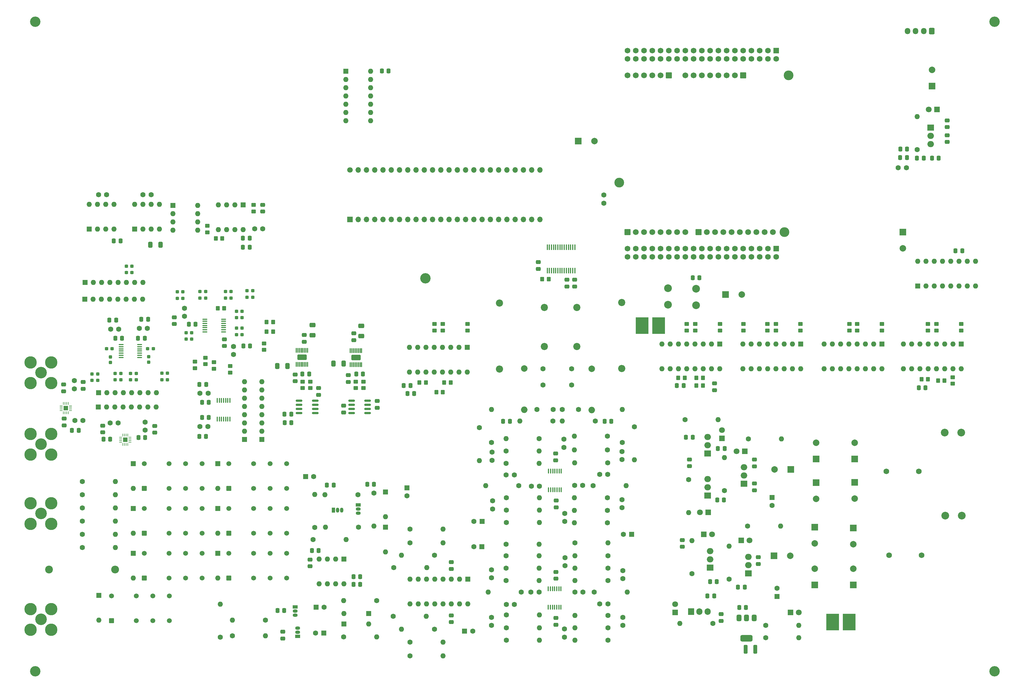
<source format=gbr>
%TF.GenerationSoftware,KiCad,Pcbnew,8.0.5*%
%TF.CreationDate,2024-12-06T02:00:12+01:00*%
%TF.ProjectId,ImpedanceAnalyzer,496d7065-6461-46e6-9365-416e616c797a,rev?*%
%TF.SameCoordinates,Original*%
%TF.FileFunction,Soldermask,Top*%
%TF.FilePolarity,Negative*%
%FSLAX46Y46*%
G04 Gerber Fmt 4.6, Leading zero omitted, Abs format (unit mm)*
G04 Created by KiCad (PCBNEW 8.0.5) date 2024-12-06 02:00:12*
%MOMM*%
%LPD*%
G01*
G04 APERTURE LIST*
G04 Aperture macros list*
%AMRoundRect*
0 Rectangle with rounded corners*
0 $1 Rounding radius*
0 $2 $3 $4 $5 $6 $7 $8 $9 X,Y pos of 4 corners*
0 Add a 4 corners polygon primitive as box body*
4,1,4,$2,$3,$4,$5,$6,$7,$8,$9,$2,$3,0*
0 Add four circle primitives for the rounded corners*
1,1,$1+$1,$2,$3*
1,1,$1+$1,$4,$5*
1,1,$1+$1,$6,$7*
1,1,$1+$1,$8,$9*
0 Add four rect primitives between the rounded corners*
20,1,$1+$1,$2,$3,$4,$5,0*
20,1,$1+$1,$4,$5,$6,$7,0*
20,1,$1+$1,$6,$7,$8,$9,0*
20,1,$1+$1,$8,$9,$2,$3,0*%
G04 Aperture macros list end*
%ADD10R,2.000000X1.905000*%
%ADD11O,2.000000X1.905000*%
%ADD12R,1.600000X1.600000*%
%ADD13O,1.600000X1.600000*%
%ADD14RoundRect,0.062500X-0.375000X-0.062500X0.375000X-0.062500X0.375000X0.062500X-0.375000X0.062500X0*%
%ADD15RoundRect,0.062500X-0.062500X-0.375000X0.062500X-0.375000X0.062500X0.375000X-0.062500X0.375000X0*%
%ADD16R,1.450000X1.450000*%
%ADD17C,1.600000*%
%ADD18RoundRect,0.250000X-0.475000X0.337500X-0.475000X-0.337500X0.475000X-0.337500X0.475000X0.337500X0*%
%ADD19RoundRect,0.250000X0.337500X0.475000X-0.337500X0.475000X-0.337500X-0.475000X0.337500X-0.475000X0*%
%ADD20RoundRect,0.250000X0.475000X-0.337500X0.475000X0.337500X-0.475000X0.337500X-0.475000X-0.337500X0*%
%ADD21RoundRect,0.250000X-0.412500X-0.650000X0.412500X-0.650000X0.412500X0.650000X-0.412500X0.650000X0*%
%ADD22RoundRect,0.250000X0.650000X-0.412500X0.650000X0.412500X-0.650000X0.412500X-0.650000X-0.412500X0*%
%ADD23RoundRect,0.250000X-0.337500X-0.475000X0.337500X-0.475000X0.337500X0.475000X-0.337500X0.475000X0*%
%ADD24R,1.700000X1.700000*%
%ADD25O,1.700000X1.700000*%
%ADD26C,1.700000*%
%ADD27R,2.000000X2.000000*%
%ADD28C,2.000000*%
%ADD29RoundRect,0.375000X-0.375000X0.625000X-0.375000X-0.625000X0.375000X-0.625000X0.375000X0.625000X0*%
%ADD30RoundRect,0.500000X-1.400000X0.500000X-1.400000X-0.500000X1.400000X-0.500000X1.400000X0.500000X0*%
%ADD31R,4.000000X5.200000*%
%ADD32RoundRect,0.100000X0.637500X0.100000X-0.637500X0.100000X-0.637500X-0.100000X0.637500X-0.100000X0*%
%ADD33RoundRect,0.237500X0.300000X0.237500X-0.300000X0.237500X-0.300000X-0.237500X0.300000X-0.237500X0*%
%ADD34RoundRect,0.250000X0.450000X-0.350000X0.450000X0.350000X-0.450000X0.350000X-0.450000X-0.350000X0*%
%ADD35RoundRect,0.250000X0.350000X0.450000X-0.350000X0.450000X-0.350000X-0.450000X0.350000X-0.450000X0*%
%ADD36R,1.500000X1.050000*%
%ADD37O,1.500000X1.050000*%
%ADD38C,2.200000*%
%ADD39RoundRect,0.250000X-0.350000X-0.450000X0.350000X-0.450000X0.350000X0.450000X-0.350000X0.450000X0*%
%ADD40RoundRect,0.237500X-0.300000X-0.237500X0.300000X-0.237500X0.300000X0.237500X-0.300000X0.237500X0*%
%ADD41RoundRect,0.100000X0.100000X-0.637500X0.100000X0.637500X-0.100000X0.637500X-0.100000X-0.637500X0*%
%ADD42O,2.200000X2.200000*%
%ADD43RoundRect,0.075000X0.075000X-0.650000X0.075000X0.650000X-0.075000X0.650000X-0.075000X-0.650000X0*%
%ADD44RoundRect,0.250000X1.175000X-0.575000X1.175000X0.575000X-1.175000X0.575000X-1.175000X-0.575000X0*%
%ADD45RoundRect,0.150000X-0.825000X-0.150000X0.825000X-0.150000X0.825000X0.150000X-0.825000X0.150000X0*%
%ADD46RoundRect,0.250000X-0.450000X0.350000X-0.450000X-0.350000X0.450000X-0.350000X0.450000X0.350000X0*%
%ADD47C,3.556000*%
%ADD48C,3.810000*%
%ADD49R,1.800000X1.800000*%
%ADD50C,1.800000*%
%ADD51RoundRect,0.102000X-0.654000X-0.654000X0.654000X-0.654000X0.654000X0.654000X-0.654000X0.654000X0*%
%ADD52C,1.512000*%
%ADD53RoundRect,0.100000X-0.637500X-0.100000X0.637500X-0.100000X0.637500X0.100000X-0.637500X0.100000X0*%
%ADD54O,2.000000X2.000000*%
%ADD55C,3.200000*%
%ADD56C,3.000000*%
%ADD57RoundRect,0.102000X-0.802500X0.802500X-0.802500X-0.802500X0.802500X-0.802500X0.802500X0.802500X0*%
%ADD58C,1.809000*%
%ADD59RoundRect,0.102000X-0.765000X0.765000X-0.765000X-0.765000X0.765000X-0.765000X0.765000X0.765000X0*%
%ADD60C,1.734000*%
%ADD61RoundRect,0.100000X-0.100000X0.637500X-0.100000X-0.637500X0.100000X-0.637500X0.100000X0.637500X0*%
%ADD62C,1.754000*%
%ADD63RoundRect,0.237500X0.237500X-0.300000X0.237500X0.300000X-0.237500X0.300000X-0.237500X-0.300000X0*%
%ADD64C,2.379000*%
%ADD65R,0.450000X1.750000*%
%ADD66RoundRect,0.250000X-0.325000X-1.100000X0.325000X-1.100000X0.325000X1.100000X-0.325000X1.100000X0*%
%ADD67R,1.050000X1.500000*%
%ADD68O,1.050000X1.500000*%
%ADD69R,1.905000X2.000000*%
%ADD70O,1.905000X2.000000*%
%ADD71C,2.400000*%
%ADD72O,2.400000X2.400000*%
%ADD73RoundRect,0.250000X0.412500X0.650000X-0.412500X0.650000X-0.412500X-0.650000X0.412500X-0.650000X0*%
%ADD74RoundRect,0.237500X-0.237500X0.300000X-0.237500X-0.300000X0.237500X-0.300000X0.237500X0.300000X0*%
%ADD75RoundRect,0.062500X0.062500X-0.375000X0.062500X0.375000X-0.062500X0.375000X-0.062500X-0.375000X0*%
%ADD76RoundRect,0.062500X0.375000X-0.062500X0.375000X0.062500X-0.375000X0.062500X-0.375000X-0.062500X0*%
%ADD77RoundRect,0.250000X0.600000X0.725000X-0.600000X0.725000X-0.600000X-0.725000X0.600000X-0.725000X0*%
%ADD78O,1.700000X1.950000*%
G04 APERTURE END LIST*
D10*
%TO.C,U21*%
X305370000Y-82630000D03*
D11*
X305370000Y-85170000D03*
X305370000Y-87710000D03*
%TD*%
D12*
%TO.C,D9*%
X86110000Y-186030000D03*
D13*
X86110000Y-193650000D03*
%TD*%
D12*
%TO.C,D13*%
X86110000Y-199830000D03*
D13*
X86110000Y-207450000D03*
%TD*%
D14*
%TO.C,U35*%
X37982500Y-168250000D03*
X37982500Y-168750000D03*
X37982500Y-169250000D03*
X37982500Y-169750000D03*
D15*
X38670000Y-170437500D03*
X39170000Y-170437500D03*
X39670000Y-170437500D03*
X40170000Y-170437500D03*
D14*
X40857500Y-169750000D03*
X40857500Y-169250000D03*
X40857500Y-168750000D03*
X40857500Y-168250000D03*
D15*
X40170000Y-167562500D03*
X39670000Y-167562500D03*
X39170000Y-167562500D03*
X38670000Y-167562500D03*
D16*
X39420000Y-169000000D03*
%TD*%
D17*
%TO.C,R18*%
X124830000Y-239440000D03*
D13*
X134990000Y-239440000D03*
%TD*%
D18*
%TO.C,C22*%
X135130000Y-166785000D03*
X135130000Y-168860000D03*
%TD*%
D19*
%TO.C,C175*%
X229367500Y-162060000D03*
X227292500Y-162060000D03*
%TD*%
D20*
%TO.C,C127*%
X190110000Y-235677500D03*
X190110000Y-233602500D03*
%TD*%
D17*
%TO.C,C102*%
X194930000Y-156860000D03*
X194930000Y-161860000D03*
%TD*%
%TO.C,R65*%
X206070000Y-222040000D03*
D13*
X195910000Y-222040000D03*
%TD*%
D19*
%TO.C,C79*%
X54882500Y-141850000D03*
X52807500Y-141850000D03*
%TD*%
D17*
%TO.C,R31*%
X254650000Y-235860000D03*
D13*
X264810000Y-235860000D03*
%TD*%
D21*
%TO.C,C9*%
X121687500Y-155250000D03*
X124812500Y-155250000D03*
%TD*%
D17*
%TO.C,R77*%
X174830000Y-236640000D03*
D13*
X184990000Y-236640000D03*
%TD*%
D17*
%TO.C,C110*%
X198410000Y-225640000D03*
X195910000Y-225640000D03*
%TD*%
D22*
%TO.C,C86*%
X130250000Y-146812500D03*
X130250000Y-143687500D03*
%TD*%
D23*
%TO.C,C173*%
X312962500Y-120500000D03*
X315037500Y-120500000D03*
%TD*%
D17*
%TO.C,R32*%
X249250000Y-178460000D03*
D13*
X259410000Y-178460000D03*
%TD*%
D23*
%TO.C,C62*%
X77220000Y-143150000D03*
X79295000Y-143150000D03*
%TD*%
D24*
%TO.C,M1*%
X126810000Y-110880000D03*
D25*
X129350000Y-110880000D03*
X131890000Y-110880000D03*
X134430000Y-110880000D03*
X136970000Y-110880000D03*
X139510000Y-110880000D03*
X142050000Y-110880000D03*
X144590000Y-110880000D03*
X147130000Y-110880000D03*
X149670000Y-110880000D03*
X152210000Y-110880000D03*
X154750000Y-110880000D03*
X157290000Y-110880000D03*
X159830000Y-110880000D03*
X162370000Y-110880000D03*
X164910000Y-110880000D03*
X167450000Y-110880000D03*
X169990000Y-110880000D03*
X172530000Y-110880000D03*
X175070000Y-110880000D03*
X177610000Y-110880000D03*
X180150000Y-110880000D03*
X182690000Y-110880000D03*
X185230000Y-110880000D03*
X185230000Y-95640000D03*
X182690000Y-95640000D03*
X180150000Y-95640000D03*
X177610000Y-95640000D03*
X175070000Y-95640000D03*
X172530000Y-95640000D03*
X169990000Y-95640000D03*
X167450000Y-95640000D03*
X164910000Y-95640000D03*
X162370000Y-95640000D03*
X159830000Y-95640000D03*
X157290000Y-95640000D03*
X154750000Y-95640000D03*
X152210000Y-95640000D03*
X149670000Y-95640000D03*
X147130000Y-95640000D03*
X144590000Y-95640000D03*
X142050000Y-95640000D03*
X139510000Y-95640000D03*
X136970000Y-95640000D03*
X134430000Y-95640000D03*
X131890000Y-95640000D03*
X129350000Y-95640000D03*
D26*
X126810000Y-95640000D03*
%TD*%
D27*
%TO.C,C43*%
X281530000Y-205860000D03*
D28*
X281530000Y-210860000D03*
%TD*%
D29*
%TO.C,U28*%
X251030000Y-233560000D03*
X248730000Y-233560000D03*
D30*
X248730000Y-239860000D03*
D29*
X246430000Y-233560000D03*
%TD*%
D17*
%TO.C,R43*%
X210530000Y-179540000D03*
D13*
X210530000Y-169380000D03*
%TD*%
D31*
%TO.C,GND_LINK2*%
X280250000Y-234800000D03*
X275200000Y-234800000D03*
%TD*%
D12*
%TO.C,R27*%
X99720000Y-178610000D03*
D13*
X99720000Y-176070000D03*
X99720000Y-173530000D03*
X99720000Y-170990000D03*
X99720000Y-168450000D03*
X99720000Y-165910000D03*
X99720000Y-163370000D03*
X99720000Y-160830000D03*
%TD*%
D12*
%TO.C,R25*%
X49440000Y-164250000D03*
D13*
X51980000Y-164250000D03*
X54520000Y-164250000D03*
X57060000Y-164250000D03*
X59600000Y-164250000D03*
X62140000Y-164250000D03*
X64680000Y-164250000D03*
X67220000Y-164250000D03*
%TD*%
D17*
%TO.C,R79*%
X241930000Y-194340000D03*
D13*
X241930000Y-184180000D03*
%TD*%
D32*
%TO.C,U8*%
X87920000Y-145500000D03*
X87920000Y-144850000D03*
X87920000Y-144200000D03*
X87920000Y-143550000D03*
X87920000Y-142900000D03*
X87920000Y-142250000D03*
X87920000Y-141600000D03*
X82195000Y-141600000D03*
X82195000Y-142250000D03*
X82195000Y-142900000D03*
X82195000Y-143550000D03*
X82195000Y-144200000D03*
X82195000Y-144850000D03*
X82195000Y-145500000D03*
%TD*%
D33*
%TO.C,C58*%
X75382500Y-135150000D03*
X73657500Y-135150000D03*
%TD*%
D23*
%TO.C,C139*%
X296000000Y-89200000D03*
X298075000Y-89200000D03*
%TD*%
D20*
%TO.C,C161*%
X44750000Y-163037500D03*
X44750000Y-160962500D03*
%TD*%
D27*
%TO.C,C45*%
X269730000Y-205660000D03*
D28*
X269730000Y-210660000D03*
%TD*%
D17*
%TO.C,R28*%
X90630000Y-239040000D03*
D13*
X100790000Y-239040000D03*
%TD*%
D34*
%TO.C,R109*%
X314730000Y-145060000D03*
X314730000Y-143060000D03*
%TD*%
D17*
%TO.C,C123*%
X192790000Y-203890000D03*
X192790000Y-201390000D03*
%TD*%
D20*
%TO.C,C170*%
X66750000Y-176537500D03*
X66750000Y-174462500D03*
%TD*%
D35*
%TO.C,R9*%
X88120000Y-138250000D03*
X86120000Y-138250000D03*
%TD*%
D23*
%TO.C,C33*%
X93872500Y-116600000D03*
X95947500Y-116600000D03*
%TD*%
D36*
%TO.C,Q4*%
X110710000Y-239240000D03*
D37*
X110710000Y-237970000D03*
X110710000Y-236700000D03*
%TD*%
D17*
%TO.C,C74*%
X63150000Y-103290000D03*
X65650000Y-103290000D03*
%TD*%
%TO.C,R49*%
X205950000Y-177640000D03*
D13*
X195790000Y-177640000D03*
%TD*%
D17*
%TO.C,R61*%
X174910000Y-200377500D03*
D13*
X185070000Y-200377500D03*
%TD*%
D20*
%TO.C,C176*%
X238900000Y-163437500D03*
X238900000Y-161362500D03*
%TD*%
D17*
%TO.C,R51*%
X205950000Y-181840000D03*
D13*
X195790000Y-181840000D03*
%TD*%
D34*
%TO.C,R4*%
X114605000Y-162825000D03*
X114605000Y-160825000D03*
%TD*%
D38*
%TO.C,L3*%
X196530000Y-137960000D03*
X186530000Y-137960000D03*
X186530000Y-149960000D03*
X196530000Y-149960000D03*
%TD*%
D39*
%TO.C,R42*%
X185886250Y-129266250D03*
X187886250Y-129266250D03*
%TD*%
D17*
%TO.C,R47*%
X206000000Y-185777500D03*
D13*
X195840000Y-185777500D03*
%TD*%
D12*
%TO.C,D17*%
X132520000Y-232240000D03*
D13*
X124900000Y-232240000D03*
%TD*%
D40*
%TO.C,C55*%
X57995000Y-125250000D03*
X59720000Y-125250000D03*
%TD*%
D41*
%TO.C,U9*%
X85970000Y-172335000D03*
X86620000Y-172335000D03*
X87270000Y-172335000D03*
X87920000Y-172335000D03*
X88570000Y-172335000D03*
X89220000Y-172335000D03*
X89870000Y-172335000D03*
X89870000Y-166610000D03*
X89220000Y-166610000D03*
X88570000Y-166610000D03*
X87920000Y-166610000D03*
X87270000Y-166610000D03*
X86620000Y-166610000D03*
X85970000Y-166610000D03*
%TD*%
D17*
%TO.C,C108*%
X170670000Y-197527500D03*
X170670000Y-200027500D03*
%TD*%
D38*
%TO.C,L5*%
X172730000Y-136600000D03*
D42*
X172730000Y-156920000D03*
%TD*%
D23*
%TO.C,C151*%
X239692500Y-197227677D03*
X241767500Y-197227677D03*
%TD*%
D43*
%TO.C,U2*%
X110255000Y-155475000D03*
X110755000Y-155475000D03*
X111255000Y-155475000D03*
X111755000Y-155475000D03*
X112255000Y-155475000D03*
X112755000Y-155475000D03*
X113255000Y-155475000D03*
X113755000Y-155475000D03*
X113755000Y-151175000D03*
X113255000Y-151175000D03*
X112755000Y-151175000D03*
X112255000Y-151175000D03*
X111755000Y-151175000D03*
X111255000Y-151175000D03*
X110755000Y-151175000D03*
X110255000Y-151175000D03*
D44*
X112005000Y-153325000D03*
%TD*%
D45*
%TO.C,U4*%
X111130000Y-166720000D03*
X111130000Y-167990000D03*
X111130000Y-169260000D03*
X111130000Y-170530000D03*
X116080000Y-170530000D03*
X116080000Y-169260000D03*
X116080000Y-167990000D03*
X116080000Y-166720000D03*
%TD*%
D33*
%TO.C,C52*%
X66307500Y-150695000D03*
X64582500Y-150695000D03*
%TD*%
D18*
%TO.C,C165*%
X38920000Y-172212500D03*
X38920000Y-174287500D03*
%TD*%
D23*
%TO.C,C164*%
X41282500Y-175850000D03*
X43357500Y-175850000D03*
%TD*%
D46*
%TO.C,R16*%
X79120000Y-154650000D03*
X79120000Y-156650000D03*
%TD*%
D12*
%TO.C,U7*%
X60530000Y-113860000D03*
D13*
X63070000Y-113860000D03*
X65610000Y-113860000D03*
X68150000Y-113860000D03*
X68150000Y-106240000D03*
X65610000Y-106240000D03*
X63070000Y-106240000D03*
X60530000Y-106240000D03*
%TD*%
D34*
%TO.C,R100*%
X265330000Y-145060000D03*
X265330000Y-143060000D03*
%TD*%
D17*
%TO.C,C104*%
X197030000Y-169360000D03*
X192030000Y-169360000D03*
%TD*%
D12*
%TO.C,U5*%
X46610000Y-113860000D03*
D13*
X49150000Y-113860000D03*
X51690000Y-113860000D03*
X54230000Y-113860000D03*
X54230000Y-106240000D03*
X51690000Y-106240000D03*
X49150000Y-106240000D03*
X46610000Y-106240000D03*
%TD*%
D40*
%TO.C,C39*%
X54595000Y-160250000D03*
X56320000Y-160250000D03*
%TD*%
D17*
%TO.C,R50*%
X184950000Y-178377500D03*
D13*
X174790000Y-178377500D03*
%TD*%
D34*
%TO.C,R17*%
X84920000Y-156850000D03*
X84920000Y-154850000D03*
%TD*%
D47*
%TO.C,J6*%
X31745000Y-180075000D03*
D48*
X34920000Y-183250000D03*
X34920000Y-176900000D03*
X28570000Y-183250000D03*
X28570000Y-176900000D03*
%TD*%
D40*
%TO.C,C203*%
X57995000Y-127250000D03*
X59720000Y-127250000D03*
%TD*%
D49*
%TO.C,D3*%
X236930000Y-201027677D03*
D50*
X234390000Y-201027677D03*
%TD*%
D51*
%TO.C,K4*%
X89510000Y-193660000D03*
D52*
X97130000Y-193660000D03*
X102210000Y-193660000D03*
X107290000Y-193660000D03*
X107290000Y-186040000D03*
X102210000Y-186040000D03*
X97130000Y-186040000D03*
X89510000Y-186040000D03*
%TD*%
D49*
%TO.C,D6*%
X247055000Y-209660000D03*
D50*
X249595000Y-209660000D03*
%TD*%
D23*
%TO.C,C96*%
X205092500Y-173060000D03*
X207167500Y-173060000D03*
%TD*%
D17*
%TO.C,R57*%
X174910000Y-204177500D03*
D13*
X185070000Y-204177500D03*
%TD*%
D18*
%TO.C,C50*%
X88197500Y-147772500D03*
X88197500Y-149847500D03*
%TD*%
D17*
%TO.C,C172*%
X63750000Y-175750000D03*
X63750000Y-173250000D03*
%TD*%
D12*
%TO.C,D15*%
X86110000Y-213630000D03*
D13*
X86110000Y-221250000D03*
%TD*%
D17*
%TO.C,R58*%
X205950000Y-204240000D03*
D13*
X195790000Y-204240000D03*
%TD*%
D53*
%TO.C,U11*%
X56382500Y-149446458D03*
X56382500Y-150096458D03*
X56382500Y-150746458D03*
X56382500Y-151396458D03*
X56382500Y-152046458D03*
X56382500Y-152696458D03*
X56382500Y-153346458D03*
X62107500Y-153346458D03*
X62107500Y-152696458D03*
X62107500Y-152046458D03*
X62107500Y-151396458D03*
X62107500Y-150746458D03*
X62107500Y-150096458D03*
X62107500Y-149446458D03*
%TD*%
D28*
%TO.C,C132*%
X296750000Y-119750000D03*
D27*
X296750000Y-114750000D03*
%TD*%
D51*
%TO.C,K5*%
X63490000Y-193650000D03*
D52*
X71110000Y-193650000D03*
X76190000Y-193650000D03*
X81270000Y-193650000D03*
X81270000Y-186030000D03*
X76190000Y-186030000D03*
X71110000Y-186030000D03*
X63490000Y-186030000D03*
%TD*%
D36*
%TO.C,Q1*%
X129327500Y-198732500D03*
D37*
X129327500Y-200002500D03*
X129327500Y-201272500D03*
%TD*%
D17*
%TO.C,R116*%
X152790000Y-237040000D03*
D13*
X142630000Y-237040000D03*
%TD*%
D12*
%TO.C,C124*%
X167372380Y-211640000D03*
D17*
X164872380Y-211640000D03*
%TD*%
D34*
%TO.C,R95*%
X240530000Y-145060000D03*
X240530000Y-143060000D03*
%TD*%
D27*
%TO.C,C20*%
X257130000Y-214427677D03*
D28*
X262130000Y-214427677D03*
%TD*%
D17*
%TO.C,R53*%
X178670000Y-192840000D03*
D13*
X168510000Y-192840000D03*
%TD*%
D40*
%TO.C,C208*%
X88517500Y-135070000D03*
X90242500Y-135070000D03*
%TD*%
%TO.C,C53*%
X59320000Y-160250000D03*
X61045000Y-160250000D03*
%TD*%
D34*
%TO.C,R2*%
X130930000Y-162825000D03*
X130930000Y-160825000D03*
%TD*%
D21*
%TO.C,C27*%
X65367500Y-118660000D03*
X68492500Y-118660000D03*
%TD*%
D12*
%TO.C,U15*%
X125530000Y-65235000D03*
D13*
X125530000Y-67775000D03*
X125530000Y-70315000D03*
X125530000Y-72855000D03*
X125530000Y-75395000D03*
X125530000Y-77935000D03*
X125530000Y-80475000D03*
X133150000Y-80475000D03*
X133150000Y-77935000D03*
X133150000Y-75395000D03*
X133150000Y-72855000D03*
X133150000Y-70315000D03*
X133150000Y-67775000D03*
X133150000Y-65235000D03*
%TD*%
D17*
%TO.C,R_R106*%
X44440000Y-191600000D03*
D13*
X54600000Y-191600000D03*
%TD*%
D17*
%TO.C,R75*%
X174830000Y-240440000D03*
D13*
X184990000Y-240440000D03*
%TD*%
D35*
%TO.C,R93*%
X235330000Y-159660000D03*
X233330000Y-159660000D03*
%TD*%
D20*
%TO.C,C152*%
X231130000Y-186865177D03*
X231130000Y-184790177D03*
%TD*%
D17*
%TO.C,C101*%
X170470000Y-185027500D03*
X170470000Y-182527500D03*
%TD*%
D47*
%TO.C,J7*%
X31745000Y-158075000D03*
D48*
X34920000Y-161250000D03*
X34920000Y-154900000D03*
X28570000Y-161250000D03*
X28570000Y-154900000D03*
%TD*%
D18*
%TO.C,C95*%
X195886250Y-129428750D03*
X195886250Y-131503750D03*
%TD*%
D17*
%TO.C,C112*%
X210710000Y-221490000D03*
X210710000Y-218990000D03*
%TD*%
D34*
%TO.C,R86*%
X162930000Y-145060000D03*
X162930000Y-143060000D03*
%TD*%
%TO.C,R105*%
X304530000Y-145060000D03*
X304530000Y-143060000D03*
%TD*%
D17*
%TO.C,C116*%
X170310000Y-233390000D03*
X170310000Y-235890000D03*
%TD*%
%TO.C,C163*%
X42000000Y-163000000D03*
X42000000Y-160500000D03*
%TD*%
%TO.C,C137*%
X204800000Y-105850000D03*
X204800000Y-103350000D03*
%TD*%
D23*
%TO.C,C211*%
X246455000Y-230310000D03*
X248530000Y-230310000D03*
%TD*%
D34*
%TO.C,R97*%
X230330000Y-145060000D03*
X230330000Y-143060000D03*
%TD*%
D49*
%TO.C,D19*%
X262255000Y-231860000D03*
D50*
X264795000Y-231860000D03*
%TD*%
D17*
%TO.C,R81*%
X230930000Y-190947677D03*
D13*
X230930000Y-201107677D03*
%TD*%
D12*
%TO.C,D10*%
X60110000Y-186030000D03*
D13*
X60110000Y-193650000D03*
%TD*%
D27*
%TO.C,C144*%
X197000000Y-86750000D03*
D28*
X202000000Y-86750000D03*
%TD*%
D12*
%TO.C,D16*%
X137727500Y-194782500D03*
D13*
X137727500Y-202402500D03*
%TD*%
D33*
%TO.C,C200*%
X49207500Y-160450000D03*
X47482500Y-160450000D03*
%TD*%
D12*
%TO.C,C118*%
X167390000Y-203840000D03*
D17*
X164890000Y-203840000D03*
%TD*%
D49*
%TO.C,D1*%
X248205000Y-182260000D03*
D50*
X245665000Y-182260000D03*
%TD*%
D17*
%TO.C,R112*%
X152790000Y-214240000D03*
D13*
X142630000Y-214240000D03*
%TD*%
D28*
%TO.C,L6*%
X201130000Y-156860000D03*
D54*
X201130000Y-169560000D03*
%TD*%
D55*
%TO.C,M3*%
X325000000Y-50000000D03*
%TD*%
D17*
%TO.C,R62*%
X205950000Y-200440000D03*
D13*
X195790000Y-200440000D03*
%TD*%
D56*
%TO.C,U10*%
X261670000Y-66540000D03*
X209600000Y-99560000D03*
X260400000Y-114800000D03*
D57*
X233980000Y-114800000D03*
D58*
X236520000Y-114800000D03*
X239060000Y-114800000D03*
X241600000Y-114800000D03*
X244140000Y-114800000D03*
X246680000Y-114800000D03*
X249220000Y-114800000D03*
X251760000Y-114800000D03*
X254300000Y-114800000D03*
X256840000Y-114800000D03*
D57*
X247700000Y-66540000D03*
D58*
X245160000Y-66540000D03*
X242620000Y-66540000D03*
X240080000Y-66540000D03*
X237540000Y-66540000D03*
X235000000Y-66540000D03*
X232460000Y-66540000D03*
X229920000Y-66540000D03*
D59*
X257860000Y-58920000D03*
D60*
X257860000Y-61460000D03*
X255320000Y-58920000D03*
X255320000Y-61460000D03*
X252780000Y-58920000D03*
X252780000Y-61460000D03*
X250240000Y-58920000D03*
X250240000Y-61460000D03*
X247700000Y-58920000D03*
X247700000Y-61460000D03*
X245160000Y-58920000D03*
X245160000Y-61460000D03*
X242620000Y-58920000D03*
X242620000Y-61460000D03*
X240080000Y-58920000D03*
X240080000Y-61460000D03*
X237540000Y-58920000D03*
X237540000Y-61460000D03*
X235000000Y-58920000D03*
X235000000Y-61460000D03*
X232460000Y-58920000D03*
X232460000Y-61460000D03*
X229920000Y-58920000D03*
X229920000Y-61460000D03*
X227380000Y-58920000D03*
X227380000Y-61460000D03*
X224840000Y-58920000D03*
X224840000Y-61460000D03*
X222300000Y-58920000D03*
X222300000Y-61460000D03*
X219760000Y-58920000D03*
X219760000Y-61460000D03*
X217220000Y-58920000D03*
X217220000Y-61460000D03*
X214680000Y-58920000D03*
X214680000Y-61460000D03*
X212140000Y-58920000D03*
X212140000Y-61460000D03*
D57*
X224840000Y-66540000D03*
D58*
X222300000Y-66540000D03*
X219760000Y-66540000D03*
X217220000Y-66540000D03*
X214680000Y-66540000D03*
X212140000Y-66540000D03*
D57*
X212140000Y-114800000D03*
D58*
X214680000Y-114800000D03*
X217220000Y-114800000D03*
X219760000Y-114800000D03*
X222300000Y-114800000D03*
X224840000Y-114800000D03*
X227380000Y-114800000D03*
X229920000Y-114800000D03*
D59*
X257860000Y-119880000D03*
D60*
X257860000Y-122420000D03*
X255320000Y-119880000D03*
X255320000Y-122420000D03*
X252780000Y-119880000D03*
X252780000Y-122420000D03*
X250240000Y-119880000D03*
X250240000Y-122420000D03*
X247700000Y-119880000D03*
X247700000Y-122420000D03*
X245160000Y-119880000D03*
X245160000Y-122420000D03*
X242620000Y-119880000D03*
X242620000Y-122420000D03*
X240080000Y-119880000D03*
X240080000Y-122420000D03*
X237540000Y-119880000D03*
X237540000Y-122420000D03*
X235000000Y-119880000D03*
X235000000Y-122420000D03*
X232460000Y-119880000D03*
X232460000Y-122420000D03*
X229920000Y-119880000D03*
X229920000Y-122420000D03*
X227380000Y-119880000D03*
X227380000Y-122420000D03*
X224840000Y-119880000D03*
X224840000Y-122420000D03*
X222300000Y-119880000D03*
X222300000Y-122420000D03*
X219760000Y-119880000D03*
X219760000Y-122420000D03*
X217220000Y-119880000D03*
X217220000Y-122420000D03*
X214680000Y-119880000D03*
X214680000Y-122420000D03*
X212140000Y-119880000D03*
X212140000Y-122420000D03*
%TD*%
D28*
%TO.C,L7*%
X180330000Y-156810000D03*
D54*
X180330000Y-169510000D03*
%TD*%
D17*
%TO.C,R111*%
X145230000Y-210440000D03*
D13*
X155390000Y-210440000D03*
%TD*%
D34*
%TO.C,R87*%
X155330000Y-145060000D03*
X155330000Y-143060000D03*
%TD*%
D17*
%TO.C,C78*%
X80670000Y-164410000D03*
X83170000Y-164410000D03*
%TD*%
D23*
%TO.C,C49*%
X93997500Y-149810000D03*
X96072500Y-149810000D03*
%TD*%
D39*
%TO.C,R7*%
X85510000Y-116767677D03*
X87510000Y-116767677D03*
%TD*%
D20*
%TO.C,C126*%
X190110000Y-221477500D03*
X190110000Y-219402500D03*
%TD*%
D17*
%TO.C,R117*%
X140030000Y-233040000D03*
D13*
X150190000Y-233040000D03*
%TD*%
D39*
%TO.C,R92*%
X227730000Y-159660000D03*
X229730000Y-159660000D03*
%TD*%
D10*
%TO.C,U18*%
X247930000Y-192260000D03*
D11*
X247930000Y-189720000D03*
X247930000Y-187180000D03*
%TD*%
D17*
%TO.C,R115*%
X145230000Y-241040000D03*
D13*
X155390000Y-241040000D03*
%TD*%
D20*
%TO.C,C8*%
X184686250Y-126103750D03*
X184686250Y-124028750D03*
%TD*%
D34*
%TO.C,R98*%
X290330000Y-145060000D03*
X290330000Y-143060000D03*
%TD*%
D23*
%TO.C,C171*%
X61712500Y-178000000D03*
X63787500Y-178000000D03*
%TD*%
D12*
%TO.C,C195*%
X116327621Y-230240000D03*
D17*
X118827621Y-230240000D03*
%TD*%
D51*
%TO.C,K1*%
X63490000Y-221260000D03*
D52*
X71110000Y-221260000D03*
X76190000Y-221260000D03*
X81270000Y-221260000D03*
X81270000Y-213640000D03*
X76190000Y-213640000D03*
X71110000Y-213640000D03*
X63490000Y-213640000D03*
%TD*%
D19*
%TO.C,C190*%
X117147500Y-212840000D03*
X115072500Y-212840000D03*
%TD*%
D17*
%TO.C,C129*%
X192710000Y-239490000D03*
X192710000Y-236990000D03*
%TD*%
D18*
%TO.C,C182*%
X157900000Y-232792500D03*
X157900000Y-234867500D03*
%TD*%
D61*
%TO.C,U17*%
X191740000Y-188377500D03*
X191090000Y-188377500D03*
X190440000Y-188377500D03*
X189790000Y-188377500D03*
X189140000Y-188377500D03*
X188490000Y-188377500D03*
X187840000Y-188377500D03*
X187840000Y-194102500D03*
X188490000Y-194102500D03*
X189140000Y-194102500D03*
X189790000Y-194102500D03*
X190440000Y-194102500D03*
X191090000Y-194102500D03*
X191740000Y-194102500D03*
%TD*%
D43*
%TO.C,U1*%
X126870000Y-155565000D03*
X127370000Y-155565000D03*
X127870000Y-155565000D03*
X128370000Y-155565000D03*
X128870000Y-155565000D03*
X129370000Y-155565000D03*
X129870000Y-155565000D03*
X130370000Y-155565000D03*
X130370000Y-151265000D03*
X129870000Y-151265000D03*
X129370000Y-151265000D03*
X128870000Y-151265000D03*
X128370000Y-151265000D03*
X127870000Y-151265000D03*
X127370000Y-151265000D03*
X126870000Y-151265000D03*
D44*
X128620000Y-153415000D03*
%TD*%
D40*
%TO.C,C56*%
X76395000Y-145750000D03*
X78120000Y-145750000D03*
%TD*%
D55*
%TO.C,M3*%
X325000000Y-250000000D03*
%TD*%
D12*
%TO.C,U33*%
X240470000Y-149260000D03*
D13*
X237930000Y-149260000D03*
X235390000Y-149260000D03*
X232850000Y-149260000D03*
X230310000Y-149260000D03*
X227770000Y-149260000D03*
X225230000Y-149260000D03*
X222690000Y-149260000D03*
X222690000Y-156880000D03*
X225230000Y-156880000D03*
X227770000Y-156880000D03*
X230310000Y-156880000D03*
X232850000Y-156880000D03*
X235390000Y-156880000D03*
X237930000Y-156880000D03*
X240470000Y-156880000D03*
%TD*%
D19*
%TO.C,C196*%
X106547500Y-231240000D03*
X104472500Y-231240000D03*
%TD*%
D46*
%TO.C,R8*%
X82930000Y-112860000D03*
X82930000Y-114860000D03*
%TD*%
D35*
%TO.C,R94*%
X235330000Y-162060000D03*
X233330000Y-162060000D03*
%TD*%
D17*
%TO.C,C105*%
X189230000Y-169360000D03*
X184230000Y-169360000D03*
%TD*%
D62*
%TO.C,L1*%
X291730000Y-188460000D03*
X301730000Y-188460000D03*
%TD*%
D12*
%TO.C,D11*%
X60110000Y-213630000D03*
D13*
X60110000Y-221250000D03*
%TD*%
D17*
%TO.C,C142*%
X297850000Y-95000000D03*
X295350000Y-95000000D03*
%TD*%
%TO.C,R14*%
X134990000Y-228240000D03*
D13*
X124830000Y-228240000D03*
%TD*%
D17*
%TO.C,R13*%
X129207500Y-195602500D03*
D13*
X119047500Y-195602500D03*
%TD*%
D10*
%TO.C,U23*%
X237530000Y-218107677D03*
D11*
X237530000Y-215567677D03*
X237530000Y-213027677D03*
%TD*%
D17*
%TO.C,R52*%
X174790000Y-182177500D03*
D13*
X184950000Y-182177500D03*
%TD*%
D17*
%TO.C,C107*%
X198340000Y-192777500D03*
X195840000Y-192777500D03*
%TD*%
D20*
%TO.C,C162*%
X38750000Y-163787500D03*
X38750000Y-161712500D03*
%TD*%
D12*
%TO.C,U31*%
X162805000Y-150260000D03*
D13*
X160265000Y-150260000D03*
X157725000Y-150260000D03*
X155185000Y-150260000D03*
X152645000Y-150260000D03*
X150105000Y-150260000D03*
X147565000Y-150260000D03*
X145025000Y-150260000D03*
X145025000Y-157880000D03*
X147565000Y-157880000D03*
X150105000Y-157880000D03*
X152645000Y-157880000D03*
X155185000Y-157880000D03*
X157725000Y-157880000D03*
X160265000Y-157880000D03*
X162805000Y-157880000D03*
%TD*%
D17*
%TO.C,R69*%
X206070000Y-218240000D03*
D13*
X195910000Y-218240000D03*
%TD*%
D19*
%TO.C,C141*%
X298037500Y-91800000D03*
X295962500Y-91800000D03*
%TD*%
D34*
%TO.C,R99*%
X282730000Y-145060000D03*
X282730000Y-143060000D03*
%TD*%
D17*
%TO.C,C117*%
X210710000Y-233390000D03*
X210710000Y-235890000D03*
%TD*%
D27*
%TO.C,C32*%
X281530000Y-223427677D03*
D28*
X281530000Y-218427677D03*
%TD*%
D18*
%TO.C,C147*%
X251130000Y-192185000D03*
X251130000Y-194260000D03*
%TD*%
D40*
%TO.C,C54*%
X68920000Y-160250000D03*
X70645000Y-160250000D03*
%TD*%
D12*
%TO.C,U27*%
X301325000Y-131400000D03*
D13*
X303865000Y-131400000D03*
X306405000Y-131400000D03*
X308945000Y-131400000D03*
X311485000Y-131400000D03*
X314025000Y-131400000D03*
X316565000Y-131400000D03*
X319105000Y-131400000D03*
X319105000Y-123780000D03*
X316565000Y-123780000D03*
X314025000Y-123780000D03*
X311485000Y-123780000D03*
X308945000Y-123780000D03*
X306405000Y-123780000D03*
X303865000Y-123780000D03*
X301325000Y-123780000D03*
%TD*%
D17*
%TO.C,R48*%
X174790000Y-185977500D03*
D13*
X184950000Y-185977500D03*
%TD*%
D23*
%TO.C,C149*%
X239892500Y-181427677D03*
X241967500Y-181427677D03*
%TD*%
D12*
%TO.C,R24*%
X45280000Y-135450000D03*
D13*
X47820000Y-135450000D03*
X50360000Y-135450000D03*
X52900000Y-135450000D03*
X55440000Y-135450000D03*
X57980000Y-135450000D03*
X60520000Y-135450000D03*
X63060000Y-135450000D03*
%TD*%
D17*
%TO.C,R55*%
X174910000Y-196577500D03*
D13*
X185070000Y-196577500D03*
%TD*%
D17*
%TO.C,R73*%
X174830000Y-232640000D03*
D13*
X184990000Y-232640000D03*
%TD*%
D19*
%TO.C,C134*%
X234237500Y-128800000D03*
X232162500Y-128800000D03*
%TD*%
D12*
%TO.C,D18*%
X124900000Y-235440000D03*
D13*
X132520000Y-235440000D03*
%TD*%
D10*
%TO.C,U20*%
X236730000Y-195907677D03*
D11*
X236730000Y-193367677D03*
X236730000Y-190827677D03*
%TD*%
D12*
%TO.C,C125*%
X162030000Y-237660000D03*
D17*
X164530000Y-237660000D03*
%TD*%
%TO.C,R44*%
X170330000Y-179540000D03*
D13*
X170330000Y-169380000D03*
%TD*%
D17*
%TO.C,R64*%
X174820000Y-210900000D03*
D13*
X184980000Y-210900000D03*
%TD*%
D17*
%TO.C,R22*%
X100790000Y-234240000D03*
D13*
X90630000Y-234240000D03*
%TD*%
D17*
%TO.C,C84*%
X64495000Y-144450000D03*
X61995000Y-144450000D03*
%TD*%
D40*
%TO.C,C207*%
X95137500Y-134810000D03*
X96862500Y-134810000D03*
%TD*%
D17*
%TO.C,C109*%
X210440000Y-197127500D03*
X210440000Y-199627500D03*
%TD*%
D55*
%TO.C,M3*%
X30000000Y-50000000D03*
%TD*%
D18*
%TO.C,C5*%
X109930000Y-158622500D03*
X109930000Y-160697500D03*
%TD*%
D17*
%TO.C,C77*%
X83120000Y-174610000D03*
X80620000Y-174610000D03*
%TD*%
D27*
%TO.C,C17*%
X281930000Y-184627677D03*
D28*
X281930000Y-179627677D03*
%TD*%
D38*
%TO.C,L4*%
X210330000Y-136440000D03*
D42*
X210330000Y-156760000D03*
%TD*%
D23*
%TO.C,C31*%
X80482500Y-161650000D03*
X82557500Y-161650000D03*
%TD*%
D35*
%TO.C,R108*%
X309610000Y-160460000D03*
X307610000Y-160460000D03*
%TD*%
D17*
%TO.C,C113*%
X170310000Y-221240000D03*
X170310000Y-218740000D03*
%TD*%
%TO.C,R21*%
X115447500Y-209402500D03*
D13*
X125607500Y-209402500D03*
%TD*%
D17*
%TO.C,R59*%
X202210000Y-172960000D03*
D13*
X192050000Y-172960000D03*
%TD*%
D63*
%TO.C,C38*%
X53120000Y-154912500D03*
X53120000Y-153187500D03*
%TD*%
D17*
%TO.C,R20*%
X129407500Y-205602500D03*
D13*
X119247500Y-205602500D03*
%TD*%
D12*
%TO.C,C197*%
X118692380Y-238240000D03*
D17*
X116192380Y-238240000D03*
%TD*%
D12*
%TO.C,U32*%
X163010000Y-221640000D03*
D13*
X160470000Y-221640000D03*
X157930000Y-221640000D03*
X155390000Y-221640000D03*
X152850000Y-221640000D03*
X150310000Y-221640000D03*
X147770000Y-221640000D03*
X145230000Y-221640000D03*
X145230000Y-229260000D03*
X147770000Y-229260000D03*
X150310000Y-229260000D03*
X152850000Y-229260000D03*
X155390000Y-229260000D03*
X157930000Y-229260000D03*
X160470000Y-229260000D03*
X163010000Y-229260000D03*
%TD*%
D49*
%TO.C,D5*%
X235590000Y-207827677D03*
D50*
X238130000Y-207827677D03*
%TD*%
D64*
%TO.C,J1*%
X224600000Y-137140000D03*
X224600000Y-132060000D03*
%TD*%
D55*
%TO.C,M3*%
X150000000Y-129000000D03*
%TD*%
D19*
%TO.C,C153*%
X307807500Y-92030000D03*
X305732500Y-92030000D03*
%TD*%
D46*
%TO.C,R19*%
X97110000Y-106400000D03*
X97110000Y-108400000D03*
%TD*%
D45*
%TO.C,U3*%
X127255000Y-166720000D03*
X127255000Y-167990000D03*
X127255000Y-169260000D03*
X127255000Y-170530000D03*
X132205000Y-170530000D03*
X132205000Y-169260000D03*
X132205000Y-167990000D03*
X132205000Y-166720000D03*
%TD*%
D17*
%TO.C,C99*%
X177320000Y-189577500D03*
X174820000Y-189577500D03*
%TD*%
D65*
%TO.C,U6*%
X195911250Y-119466250D03*
X195261250Y-119466250D03*
X194611250Y-119466250D03*
X193961250Y-119466250D03*
X193311250Y-119466250D03*
X192661250Y-119466250D03*
X192011250Y-119466250D03*
X191361250Y-119466250D03*
X190711250Y-119466250D03*
X190061250Y-119466250D03*
X189411250Y-119466250D03*
X188761250Y-119466250D03*
X188111250Y-119466250D03*
X187461250Y-119466250D03*
X187461250Y-126666250D03*
X188111250Y-126666250D03*
X188761250Y-126666250D03*
X189411250Y-126666250D03*
X190061250Y-126666250D03*
X190711250Y-126666250D03*
X191361250Y-126666250D03*
X192011250Y-126666250D03*
X192661250Y-126666250D03*
X193311250Y-126666250D03*
X193961250Y-126666250D03*
X194611250Y-126666250D03*
X195261250Y-126666250D03*
X195911250Y-126666250D03*
%TD*%
D17*
%TO.C,C70*%
X75920000Y-138200000D03*
X75920000Y-140700000D03*
%TD*%
D66*
%TO.C,C212*%
X248455000Y-243260000D03*
X251405000Y-243260000D03*
%TD*%
D62*
%TO.C,L2*%
X292530000Y-214227677D03*
X302530000Y-214227677D03*
%TD*%
D23*
%TO.C,C64*%
X106692500Y-173460000D03*
X108767500Y-173460000D03*
%TD*%
D17*
%TO.C,R85*%
X238410000Y-235227677D03*
D13*
X228250000Y-235227677D03*
%TD*%
D17*
%TO.C,C111*%
X182410000Y-225640000D03*
X184910000Y-225640000D03*
%TD*%
D19*
%TO.C,C192*%
X134165000Y-192402500D03*
X132090000Y-192402500D03*
%TD*%
D12*
%TO.C,C119*%
X213390000Y-207840000D03*
D17*
X210890000Y-207840000D03*
%TD*%
%TO.C,R_R110*%
X44440000Y-207800000D03*
D13*
X54600000Y-207800000D03*
%TD*%
D19*
%TO.C,C97*%
X175967500Y-173060000D03*
X173892500Y-173060000D03*
%TD*%
D23*
%TO.C,C156*%
X246092500Y-224060000D03*
X248167500Y-224060000D03*
%TD*%
D12*
%TO.C,U26*%
X290370000Y-149260000D03*
D13*
X287830000Y-149260000D03*
X285290000Y-149260000D03*
X282750000Y-149260000D03*
X280210000Y-149260000D03*
X277670000Y-149260000D03*
X275130000Y-149260000D03*
X272590000Y-149260000D03*
X272590000Y-156880000D03*
X275130000Y-156880000D03*
X277670000Y-156880000D03*
X280210000Y-156880000D03*
X282750000Y-156880000D03*
X285290000Y-156880000D03*
X287830000Y-156880000D03*
X290370000Y-156880000D03*
%TD*%
D20*
%TO.C,C167*%
X50720000Y-176450000D03*
X50720000Y-174375000D03*
%TD*%
D17*
%TO.C,C98*%
X206040000Y-189377500D03*
X203540000Y-189377500D03*
%TD*%
D27*
%TO.C,C47*%
X269730000Y-223427677D03*
D28*
X269730000Y-218427677D03*
%TD*%
D19*
%TO.C,C174*%
X145367500Y-162060000D03*
X143292500Y-162060000D03*
%TD*%
D18*
%TO.C,C188*%
X114510000Y-215602500D03*
X114510000Y-217677500D03*
%TD*%
D20*
%TO.C,C148*%
X251130000Y-186897500D03*
X251130000Y-184822500D03*
%TD*%
D51*
%TO.C,K7*%
X89510000Y-221260000D03*
D52*
X97130000Y-221260000D03*
X102210000Y-221260000D03*
X107290000Y-221260000D03*
X107290000Y-213640000D03*
X102210000Y-213640000D03*
X97130000Y-213640000D03*
X89510000Y-213640000D03*
%TD*%
D17*
%TO.C,R76*%
X206070000Y-240440000D03*
D13*
X195910000Y-240440000D03*
%TD*%
D17*
%TO.C,C114*%
X177360000Y-229440000D03*
X174860000Y-229440000D03*
%TD*%
D18*
%TO.C,C155*%
X252300000Y-214862500D03*
X252300000Y-216937500D03*
%TD*%
D20*
%TO.C,C87*%
X128000000Y-148037500D03*
X128000000Y-145962500D03*
%TD*%
D27*
%TO.C,C44*%
X270130000Y-184660000D03*
D28*
X270130000Y-179660000D03*
%TD*%
D23*
%TO.C,C194*%
X119672500Y-192640000D03*
X121747500Y-192640000D03*
%TD*%
D17*
%TO.C,R119*%
X145230000Y-206240000D03*
D13*
X155390000Y-206240000D03*
%TD*%
D34*
%TO.C,R23*%
X82320000Y-155450000D03*
X82320000Y-153450000D03*
%TD*%
D18*
%TO.C,C6*%
X126255000Y-158822500D03*
X126255000Y-160897500D03*
%TD*%
D12*
%TO.C,D8*%
X49580000Y-226600000D03*
D13*
X49580000Y-234220000D03*
%TD*%
D51*
%TO.C,K3*%
X89510000Y-207460000D03*
D52*
X97130000Y-207460000D03*
X102210000Y-207460000D03*
X107290000Y-207460000D03*
X107290000Y-199840000D03*
X102210000Y-199840000D03*
X97130000Y-199840000D03*
X89510000Y-199840000D03*
%TD*%
D33*
%TO.C,C206*%
X93582500Y-139150000D03*
X91857500Y-139150000D03*
%TD*%
D17*
%TO.C,R84*%
X243330000Y-221620000D03*
D13*
X243330000Y-211460000D03*
%TD*%
D49*
%TO.C,D7*%
X226730000Y-231902677D03*
D50*
X226730000Y-229362677D03*
%TD*%
D17*
%TO.C,C122*%
X192590000Y-181040000D03*
X192590000Y-178540000D03*
%TD*%
D23*
%TO.C,C187*%
X127872500Y-223240000D03*
X129947500Y-223240000D03*
%TD*%
D34*
%TO.C,R104*%
X280330000Y-145060000D03*
X280330000Y-143060000D03*
%TD*%
D12*
%TO.C,R5*%
X94320000Y-178650000D03*
D13*
X94320000Y-176110000D03*
X94320000Y-173570000D03*
X94320000Y-171030000D03*
X94320000Y-168490000D03*
X94320000Y-165950000D03*
X94320000Y-163410000D03*
X94320000Y-160870000D03*
%TD*%
D23*
%TO.C,C2*%
X112167500Y-158425000D03*
X114242500Y-158425000D03*
%TD*%
D31*
%TO.C,GND_LINK1*%
X216650000Y-143600000D03*
X221700000Y-143600000D03*
%TD*%
D17*
%TO.C,R83*%
X231930000Y-219907677D03*
D13*
X231930000Y-209747677D03*
%TD*%
D17*
%TO.C,R_R109*%
X44440000Y-203750000D03*
D13*
X54600000Y-203750000D03*
%TD*%
D17*
%TO.C,R_R107*%
X44440000Y-195650000D03*
D13*
X54600000Y-195650000D03*
%TD*%
D17*
%TO.C,R34*%
X254650000Y-239660000D03*
D13*
X264810000Y-239660000D03*
%TD*%
D35*
%TO.C,R90*%
X157730000Y-161060000D03*
X155730000Y-161060000D03*
%TD*%
D17*
%TO.C,R30*%
X86910000Y-239520000D03*
D13*
X86910000Y-229360000D03*
%TD*%
D19*
%TO.C,C75*%
X83357500Y-171810000D03*
X81282500Y-171810000D03*
%TD*%
D67*
%TO.C,Q2*%
X121657500Y-200402500D03*
D68*
X122927500Y-200402500D03*
X124197500Y-200402500D03*
%TD*%
D49*
%TO.C,D2*%
X241130000Y-178247677D03*
D50*
X241130000Y-175707677D03*
%TD*%
D69*
%TO.C,U24*%
X231650000Y-231627677D03*
D70*
X234190000Y-231627677D03*
X236730000Y-231627677D03*
%TD*%
D17*
%TO.C,R78*%
X206070000Y-236640000D03*
D13*
X195910000Y-236640000D03*
%TD*%
D17*
%TO.C,R71*%
X179470000Y-225640000D03*
D13*
X169310000Y-225640000D03*
%TD*%
D17*
%TO.C,R29*%
X115927500Y-205682500D03*
D13*
X115927500Y-195522500D03*
%TD*%
D17*
%TO.C,R54*%
X201510000Y-192840000D03*
D13*
X211670000Y-192840000D03*
%TD*%
D23*
%TO.C,C157*%
X236692500Y-226827677D03*
X238767500Y-226827677D03*
%TD*%
D33*
%TO.C,C19*%
X53645000Y-150695000D03*
X51920000Y-150695000D03*
%TD*%
%TO.C,C40*%
X93582500Y-141150000D03*
X91857500Y-141150000D03*
%TD*%
D55*
%TO.C,M3*%
X30000000Y-250000000D03*
%TD*%
D40*
%TO.C,C205*%
X91857500Y-146350000D03*
X93582500Y-146350000D03*
%TD*%
D12*
%TO.C,C15*%
X256530000Y-196477621D03*
D17*
X256530000Y-198977621D03*
%TD*%
%TO.C,R45*%
X214200000Y-174750000D03*
D13*
X214200000Y-184910000D03*
%TD*%
D71*
%TO.C,R105_RANGE1*%
X34200000Y-218650000D03*
D72*
X54520000Y-218650000D03*
%TD*%
D18*
%TO.C,C186*%
X157900000Y-216392500D03*
X157900000Y-218467500D03*
%TD*%
D19*
%TO.C,C30*%
X82520000Y-177650000D03*
X80445000Y-177650000D03*
%TD*%
D46*
%TO.C,R110*%
X312130000Y-159460000D03*
X312130000Y-161460000D03*
%TD*%
D23*
%TO.C,C71*%
X93872500Y-119400000D03*
X95947500Y-119400000D03*
%TD*%
D18*
%TO.C,C138*%
X310400000Y-80362500D03*
X310400000Y-82437500D03*
%TD*%
D40*
%TO.C,C37*%
X95137500Y-132810000D03*
X96862500Y-132810000D03*
%TD*%
D17*
%TO.C,C72*%
X97460000Y-113800000D03*
X99960000Y-113800000D03*
%TD*%
D19*
%TO.C,C82*%
X63682500Y-147450000D03*
X61607500Y-147450000D03*
%TD*%
D23*
%TO.C,C189*%
X127872500Y-220840000D03*
X129947500Y-220840000D03*
%TD*%
D73*
%TO.C,C11*%
X107562500Y-156000000D03*
X104437500Y-156000000D03*
%TD*%
D12*
%TO.C,C16*%
X258130000Y-226960000D03*
D17*
X258130000Y-224460000D03*
%TD*%
%TO.C,R_R111*%
X44440000Y-211850000D03*
D13*
X54600000Y-211850000D03*
%TD*%
D12*
%TO.C,C193*%
X113127621Y-190040000D03*
D17*
X115627621Y-190040000D03*
%TD*%
D12*
%TO.C,D14*%
X60110000Y-199830000D03*
D13*
X60110000Y-207450000D03*
%TD*%
D47*
%TO.C,J9*%
X31745000Y-234000000D03*
D48*
X34920000Y-237175000D03*
X34920000Y-230825000D03*
X28570000Y-237175000D03*
X28570000Y-230825000D03*
%TD*%
D19*
%TO.C,C26*%
X56247500Y-117460000D03*
X54172500Y-117460000D03*
%TD*%
D20*
%TO.C,C121*%
X190190000Y-199515000D03*
X190190000Y-197440000D03*
%TD*%
D34*
%TO.C,R88*%
X152730000Y-145060000D03*
X152730000Y-143060000D03*
%TD*%
D23*
%TO.C,C59*%
X301692500Y-162660000D03*
X303767500Y-162660000D03*
%TD*%
D64*
%TO.C,J2*%
X314930000Y-202060000D03*
X309850000Y-202060000D03*
%TD*%
D40*
%TO.C,C201*%
X59320000Y-158340000D03*
X61045000Y-158340000D03*
%TD*%
D74*
%TO.C,C51*%
X64920000Y-153125000D03*
X64920000Y-154850000D03*
%TD*%
D12*
%TO.C,D12*%
X137727500Y-205592500D03*
D13*
X137727500Y-213212500D03*
%TD*%
D35*
%TO.C,R11*%
X103120000Y-142450000D03*
X101120000Y-142450000D03*
%TD*%
D27*
%TO.C,C46*%
X270130000Y-191892323D03*
D28*
X270130000Y-196892323D03*
%TD*%
D35*
%TO.C,R91*%
X150130000Y-161060000D03*
X148130000Y-161060000D03*
%TD*%
D64*
%TO.C,J10*%
X314730000Y-176460000D03*
X309650000Y-176460000D03*
%TD*%
D40*
%TO.C,C209*%
X80655000Y-135070000D03*
X82380000Y-135070000D03*
%TD*%
D27*
%TO.C,C133*%
X305800000Y-69800000D03*
D28*
X305800000Y-64800000D03*
%TD*%
D35*
%TO.C,R12*%
X103120000Y-145450000D03*
X101120000Y-145450000D03*
%TD*%
D19*
%TO.C,C177*%
X146530000Y-164460000D03*
X144455000Y-164460000D03*
%TD*%
D51*
%TO.C,K6*%
X63490000Y-207450000D03*
D52*
X71110000Y-207450000D03*
X76190000Y-207450000D03*
X81270000Y-207450000D03*
X81270000Y-199830000D03*
X76190000Y-199830000D03*
X71110000Y-199830000D03*
X63490000Y-199830000D03*
%TD*%
D27*
%TO.C,C42*%
X262330000Y-187860000D03*
D28*
X257330000Y-187860000D03*
%TD*%
D17*
%TO.C,R66*%
X174780000Y-222040000D03*
D13*
X184940000Y-222040000D03*
%TD*%
D17*
%TO.C,R67*%
X206070000Y-214440000D03*
D13*
X195910000Y-214440000D03*
%TD*%
D12*
%TO.C,C191*%
X144327500Y-193502500D03*
D17*
X144327500Y-196002500D03*
%TD*%
D18*
%TO.C,C65*%
X124855000Y-168222500D03*
X124855000Y-170297500D03*
%TD*%
D17*
%TO.C,R68*%
X174820000Y-214440000D03*
D13*
X184980000Y-214440000D03*
%TD*%
D17*
%TO.C,R33*%
X249050000Y-205260000D03*
D13*
X259210000Y-205260000D03*
%TD*%
D17*
%TO.C,C83*%
X55695000Y-144650000D03*
X53195000Y-144650000D03*
%TD*%
D20*
%TO.C,C85*%
X112730000Y-148537500D03*
X112730000Y-146462500D03*
%TD*%
D17*
%TO.C,C115*%
X206110000Y-229240000D03*
X203610000Y-229240000D03*
%TD*%
D75*
%TO.C,U25*%
X56930000Y-180127500D03*
X57430000Y-180127500D03*
X57930000Y-180127500D03*
X58430000Y-180127500D03*
D76*
X59117500Y-179440000D03*
X59117500Y-178940000D03*
X59117500Y-178440000D03*
X59117500Y-177940000D03*
D75*
X58430000Y-177252500D03*
X57930000Y-177252500D03*
X57430000Y-177252500D03*
X56930000Y-177252500D03*
D76*
X56242500Y-177940000D03*
X56242500Y-178440000D03*
X56242500Y-178940000D03*
X56242500Y-179440000D03*
D16*
X57680000Y-178690000D03*
%TD*%
D17*
%TO.C,R60*%
X189210000Y-172960000D03*
D13*
X179050000Y-172960000D03*
%TD*%
D40*
%TO.C,C57*%
X80655000Y-133070000D03*
X82380000Y-133070000D03*
%TD*%
D20*
%TO.C,C13*%
X117130000Y-164897500D03*
X117130000Y-162822500D03*
%TD*%
D17*
%TO.C,R_R108*%
X44440000Y-199700000D03*
D13*
X54600000Y-199700000D03*
%TD*%
D34*
%TO.C,R3*%
X112205000Y-162825000D03*
X112205000Y-160825000D03*
%TD*%
%TO.C,R103*%
X247730000Y-145060000D03*
X247730000Y-143060000D03*
%TD*%
D20*
%TO.C,C120*%
X189990000Y-185040000D03*
X189990000Y-182965000D03*
%TD*%
D17*
%TO.C,R80*%
X229850000Y-172507677D03*
D13*
X240010000Y-172507677D03*
%TD*%
D23*
%TO.C,C130*%
X136562500Y-65200000D03*
X138637500Y-65200000D03*
%TD*%
D17*
%TO.C,R56*%
X205950000Y-196577500D03*
D13*
X195790000Y-196577500D03*
%TD*%
D17*
%TO.C,C169*%
X53000000Y-173500000D03*
X55500000Y-173500000D03*
%TD*%
%TO.C,C100*%
X210440000Y-184827500D03*
X210440000Y-182327500D03*
%TD*%
D23*
%TO.C,C63*%
X106655000Y-170860000D03*
X108730000Y-170860000D03*
%TD*%
D12*
%TO.C,U34*%
X124910000Y-215440000D03*
D13*
X122370000Y-215440000D03*
X119830000Y-215440000D03*
X117290000Y-215440000D03*
X117290000Y-223060000D03*
X119830000Y-223060000D03*
X122370000Y-223060000D03*
X124910000Y-223060000D03*
%TD*%
D12*
%TO.C,U16*%
X314710000Y-149240000D03*
D13*
X312170000Y-149240000D03*
X309630000Y-149240000D03*
X307090000Y-149240000D03*
X304550000Y-149240000D03*
X302010000Y-149240000D03*
X299470000Y-149240000D03*
X296930000Y-149240000D03*
X296930000Y-156860000D03*
X299470000Y-156860000D03*
X302010000Y-156860000D03*
X304550000Y-156860000D03*
X307090000Y-156860000D03*
X309630000Y-156860000D03*
X312170000Y-156860000D03*
X314710000Y-156860000D03*
%TD*%
D19*
%TO.C,C150*%
X232167500Y-177907677D03*
X230092500Y-177907677D03*
%TD*%
D23*
%TO.C,C76*%
X81282500Y-167210000D03*
X83357500Y-167210000D03*
%TD*%
D19*
%TO.C,C159*%
X239567500Y-222427677D03*
X237492500Y-222427677D03*
%TD*%
D17*
%TO.C,R74*%
X206070000Y-232840000D03*
D13*
X195910000Y-232840000D03*
%TD*%
D17*
%TO.C,C106*%
X182570000Y-192977500D03*
X185070000Y-192977500D03*
%TD*%
D20*
%TO.C,C61*%
X72720000Y-143087500D03*
X72720000Y-141012500D03*
%TD*%
D34*
%TO.C,R107*%
X307130000Y-145060000D03*
X307130000Y-143060000D03*
%TD*%
D23*
%TO.C,C1*%
X128692500Y-158425000D03*
X130767500Y-158425000D03*
%TD*%
D17*
%TO.C,C166*%
X42170000Y-172750000D03*
X44670000Y-172750000D03*
%TD*%
D46*
%TO.C,R10*%
X100320000Y-149050000D03*
X100320000Y-151050000D03*
%TD*%
%TO.C,R15*%
X89920000Y-156050000D03*
X89920000Y-158050000D03*
%TD*%
D27*
%TO.C,C145*%
X242232323Y-134000000D03*
D28*
X247232323Y-134000000D03*
%TD*%
D40*
%TO.C,C199*%
X54595000Y-158340000D03*
X56320000Y-158340000D03*
%TD*%
D17*
%TO.C,C73*%
X49450000Y-103300000D03*
X51950000Y-103300000D03*
%TD*%
%TO.C,R63*%
X195910000Y-210440000D03*
D13*
X206070000Y-210440000D03*
%TD*%
D39*
%TO.C,R106*%
X302530000Y-160060000D03*
X304530000Y-160060000D03*
%TD*%
D34*
%TO.C,R101*%
X257730000Y-145060000D03*
X257730000Y-143060000D03*
%TD*%
D12*
%TO.C,R26*%
X45300000Y-130250000D03*
D13*
X47840000Y-130250000D03*
X50380000Y-130250000D03*
X52920000Y-130250000D03*
X55460000Y-130250000D03*
X58000000Y-130250000D03*
X60540000Y-130250000D03*
X63080000Y-130250000D03*
%TD*%
D49*
%TO.C,D4*%
X307245000Y-77030000D03*
D50*
X304705000Y-77030000D03*
%TD*%
D10*
%TO.C,U19*%
X249330000Y-219860000D03*
D11*
X249330000Y-217320000D03*
X249330000Y-214780000D03*
%TD*%
D40*
%TO.C,C204*%
X76395000Y-147750000D03*
X78120000Y-147750000D03*
%TD*%
D17*
%TO.C,C128*%
X192910000Y-217490000D03*
X192910000Y-214990000D03*
%TD*%
D23*
%TO.C,C154*%
X301132500Y-92030000D03*
X303207500Y-92030000D03*
%TD*%
D77*
%TO.C,J5*%
X305700000Y-52900000D03*
D78*
X303200000Y-52900000D03*
X300700000Y-52900000D03*
X298200000Y-52900000D03*
%TD*%
D17*
%TO.C,R118*%
X145230000Y-245240000D03*
D13*
X155390000Y-245240000D03*
%TD*%
D12*
%TO.C,U30*%
X265370000Y-149260000D03*
D13*
X262830000Y-149260000D03*
X260290000Y-149260000D03*
X257750000Y-149260000D03*
X255210000Y-149260000D03*
X252670000Y-149260000D03*
X250130000Y-149260000D03*
X247590000Y-149260000D03*
X247590000Y-156880000D03*
X250130000Y-156880000D03*
X252670000Y-156880000D03*
X255210000Y-156880000D03*
X257750000Y-156880000D03*
X260290000Y-156880000D03*
X262830000Y-156880000D03*
X265370000Y-156880000D03*
%TD*%
D33*
%TO.C,C35*%
X49182500Y-158450000D03*
X47457500Y-158450000D03*
%TD*%
D61*
%TO.C,U14*%
X191660000Y-224577500D03*
X191010000Y-224577500D03*
X190360000Y-224577500D03*
X189710000Y-224577500D03*
X189060000Y-224577500D03*
X188410000Y-224577500D03*
X187760000Y-224577500D03*
X187760000Y-230302500D03*
X188410000Y-230302500D03*
X189060000Y-230302500D03*
X189710000Y-230302500D03*
X190360000Y-230302500D03*
X191010000Y-230302500D03*
X191660000Y-230302500D03*
%TD*%
D17*
%TO.C,R70*%
X174780000Y-218240000D03*
D13*
X184940000Y-218240000D03*
%TD*%
D64*
%TO.C,J3*%
X233200000Y-137340000D03*
X233200000Y-132260000D03*
%TD*%
D35*
%TO.C,R89*%
X155330000Y-164060000D03*
X153330000Y-164060000D03*
%TD*%
D18*
%TO.C,C158*%
X240930000Y-232390177D03*
X240930000Y-234465177D03*
%TD*%
D34*
%TO.C,R1*%
X128530000Y-162825000D03*
X128530000Y-160825000D03*
%TD*%
D12*
%TO.C,U12*%
X72330000Y-106580000D03*
D13*
X72330000Y-109120000D03*
X72330000Y-111660000D03*
X72330000Y-114200000D03*
X79950000Y-114200000D03*
X79950000Y-111660000D03*
X79950000Y-109120000D03*
X79950000Y-106580000D03*
%TD*%
D40*
%TO.C,C41*%
X88517500Y-133070000D03*
X90242500Y-133070000D03*
%TD*%
D17*
%TO.C,C103*%
X186130000Y-161860000D03*
X186130000Y-156860000D03*
%TD*%
D18*
%TO.C,C92*%
X193486250Y-129428750D03*
X193486250Y-131503750D03*
%TD*%
D20*
%TO.C,C160*%
X228930000Y-211665177D03*
X228930000Y-209590177D03*
%TD*%
D40*
%TO.C,C202*%
X68920000Y-158250000D03*
X70645000Y-158250000D03*
%TD*%
D12*
%TO.C,R114*%
X49360000Y-168650000D03*
D13*
X51900000Y-168650000D03*
X54440000Y-168650000D03*
X56980000Y-168650000D03*
X59520000Y-168650000D03*
X62060000Y-168650000D03*
X64600000Y-168650000D03*
X67140000Y-168650000D03*
%TD*%
D19*
%TO.C,C168*%
X53037500Y-178500000D03*
X50962500Y-178500000D03*
%TD*%
D40*
%TO.C,C36*%
X91857500Y-144350000D03*
X93582500Y-144350000D03*
%TD*%
D51*
%TO.C,K2*%
X53490000Y-234440000D03*
D52*
X61110000Y-234440000D03*
X66190000Y-234440000D03*
X71270000Y-234440000D03*
X71270000Y-226820000D03*
X66190000Y-226820000D03*
X61110000Y-226820000D03*
X53490000Y-226820000D03*
%TD*%
D17*
%TO.C,R6*%
X134127500Y-195122500D03*
D13*
X134127500Y-205282500D03*
%TD*%
D19*
%TO.C,C81*%
X56682500Y-147450000D03*
X54607500Y-147450000D03*
%TD*%
D33*
%TO.C,C210*%
X75382500Y-133150000D03*
X73657500Y-133150000D03*
%TD*%
D27*
%TO.C,C21*%
X281930000Y-191860000D03*
D28*
X281930000Y-196860000D03*
%TD*%
D17*
%TO.C,R82*%
X301170000Y-89390000D03*
D13*
X301170000Y-79230000D03*
%TD*%
D20*
%TO.C,C198*%
X106110000Y-239877500D03*
X106110000Y-237802500D03*
%TD*%
D34*
%TO.C,R96*%
X232930000Y-145060000D03*
X232930000Y-143060000D03*
%TD*%
D10*
%TO.C,U22*%
X236730000Y-182907677D03*
D11*
X236730000Y-180367677D03*
X236730000Y-177827677D03*
%TD*%
D20*
%TO.C,C140*%
X310400000Y-87037500D03*
X310400000Y-84962500D03*
%TD*%
D34*
%TO.C,R102*%
X255130000Y-145060000D03*
X255130000Y-143060000D03*
%TD*%
D22*
%TO.C,C7*%
X115250000Y-146562500D03*
X115250000Y-143437500D03*
%TD*%
D17*
%TO.C,R72*%
X201910000Y-225640000D03*
D13*
X212070000Y-225640000D03*
%TD*%
D17*
%TO.C,C69*%
X90997500Y-149960000D03*
X90997500Y-152460000D03*
%TD*%
D20*
%TO.C,C34*%
X99910000Y-108437500D03*
X99910000Y-106362500D03*
%TD*%
D12*
%TO.C,U13*%
X93910000Y-106400000D03*
D13*
X91370000Y-106400000D03*
X88830000Y-106400000D03*
X86290000Y-106400000D03*
X86290000Y-114020000D03*
X88830000Y-114020000D03*
X91370000Y-114020000D03*
X93910000Y-114020000D03*
%TD*%
D17*
%TO.C,R46*%
X166600000Y-174950000D03*
D13*
X166600000Y-185110000D03*
%TD*%
D36*
%TO.C,Q3*%
X109950000Y-230170000D03*
D37*
X109950000Y-231440000D03*
X109950000Y-232710000D03*
%TD*%
D17*
%TO.C,R113*%
X140230000Y-218040000D03*
D13*
X150390000Y-218040000D03*
%TD*%
D47*
%TO.C,J8*%
X31745000Y-201425000D03*
D48*
X34920000Y-204600000D03*
X34920000Y-198250000D03*
X28570000Y-204600000D03*
X28570000Y-198250000D03*
%TD*%
D19*
%TO.C,C80*%
X64682500Y-141650000D03*
X62607500Y-141650000D03*
%TD*%
M02*

</source>
